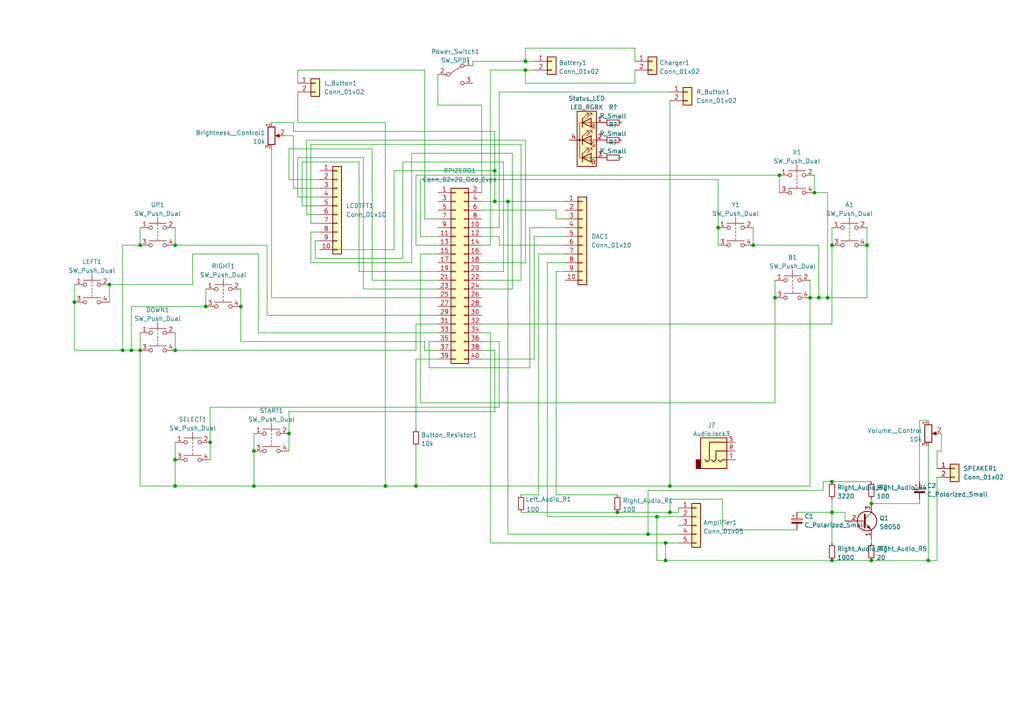
<source format=kicad_sch>
(kicad_sch (version 20211123) (generator eeschema)
  (paper "A4")
  (lib_symbols
    (symbol "Connector:AudioJack3"
      (property "Reference" "J" (at 0 8.89 0))
      (property "Value" "AudioJack3" (at 0 6.35 0))
      (symbol "AudioJack3_0_1"
        (rectangle (start -5.08 -5.08) (end -6.35 -2.54) (stroke (width 0.254)) (fill (type outline)))
        (polyline (pts (xy 0 -2.54) (xy 0.635 -3.175) (xy 1.27 -2.54) (xy 2.54 -2.54)) (stroke (width 0.254)))
        (polyline (pts (xy -1.905 -2.54) (xy -1.27 -3.175) (xy -0.635 -2.54) (xy -0.635 0) (xy 2.54 0)) (stroke (width 0.254)))
        (polyline (pts (xy 2.54 2.54) (xy -2.54 2.54) (xy -2.54 -2.54) (xy -3.175 -3.175) (xy -3.81 -2.54)) (stroke (width 0.254)))
        (rectangle (start 2.54 3.81) (end -5.08 -5.08) (stroke (width 0.254)) (fill (type background)))
      )
      (symbol "AudioJack3_1_1"
        (pin passive line (at 5.08 0 180) (length 2.54) (name "~") (number "R"))
        (pin passive line (at 5.08 2.54 180) (length 2.54) (name "~") (number "S"))
        (pin passive line (at 5.08 -2.54 180) (length 2.54) (name "~") (number "T"))
      )
    )
    (symbol "Connector_Generic:Conn_01x02" (pin_names (offset 1.016) hide)
      (property "Reference" "J" (at 0 2.54 0))
      (property "Value" "Conn_01x02" (at 0 -5.08 0))
      (symbol "Conn_01x02_1_1"
        (rectangle (start -1.27 -2.413) (end 0 -2.667) (stroke (width 0.1524)))
        (rectangle (start -1.27 0.127) (end 0 -0.127) (stroke (width 0.1524)))
        (rectangle (start -1.27 1.27) (end 1.27 -3.81) (stroke (width 0.254)) (fill (type background)))
        (pin passive line (at -5.08 0 0) (length 3.81) (name "Pin_1") (number "1"))
        (pin passive line (at -5.08 -2.54 0) (length 3.81) (name "Pin_2") (number "2"))
      )
    )
    (symbol "Connector_Generic:Conn_01x05" (pin_names (offset 1.016) hide)
      (property "Reference" "J" (at 0 7.62 0))
      (property "Value" "Conn_01x05" (at 0 -7.62 0))
      (symbol "Conn_01x05_1_1"
        (rectangle (start -1.27 -4.953) (end 0 -5.207) (stroke (width 0.1524)))
        (rectangle (start -1.27 -2.413) (end 0 -2.667) (stroke (width 0.1524)))
        (rectangle (start -1.27 0.127) (end 0 -0.127) (stroke (width 0.1524)))
        (rectangle (start -1.27 2.667) (end 0 2.413) (stroke (width 0.1524)))
        (rectangle (start -1.27 5.207) (end 0 4.953) (stroke (width 0.1524)))
        (rectangle (start -1.27 6.35) (end 1.27 -6.35) (stroke (width 0.254)) (fill (type background)))
        (pin passive line (at -5.08 5.08 0) (length 3.81) (name "Pin_1") (number "1"))
        (pin passive line (at -5.08 2.54 0) (length 3.81) (name "Pin_2") (number "2"))
        (pin passive line (at -5.08 0 0) (length 3.81) (name "Pin_3") (number "3"))
        (pin passive line (at -5.08 -2.54 0) (length 3.81) (name "Pin_4") (number "4"))
        (pin passive line (at -5.08 -5.08 0) (length 3.81) (name "Pin_5") (number "5"))
      )
    )
    (symbol "Connector_Generic:Conn_01x10" (pin_names (offset 1.016) hide)
      (property "Reference" "J" (at 0 12.7 0))
      (property "Value" "Conn_01x10" (at 0 -15.24 0))
      (symbol "Conn_01x10_1_1"
        (rectangle (start -1.27 -12.573) (end 0 -12.827) (stroke (width 0.1524)))
        (rectangle (start -1.27 -10.033) (end 0 -10.287) (stroke (width 0.1524)))
        (rectangle (start -1.27 -7.493) (end 0 -7.747) (stroke (width 0.1524)))
        (rectangle (start -1.27 -4.953) (end 0 -5.207) (stroke (width 0.1524)))
        (rectangle (start -1.27 -2.413) (end 0 -2.667) (stroke (width 0.1524)))
        (rectangle (start -1.27 0.127) (end 0 -0.127) (stroke (width 0.1524)))
        (rectangle (start -1.27 2.667) (end 0 2.413) (stroke (width 0.1524)))
        (rectangle (start -1.27 5.207) (end 0 4.953) (stroke (width 0.1524)))
        (rectangle (start -1.27 7.747) (end 0 7.493) (stroke (width 0.1524)))
        (rectangle (start -1.27 10.287) (end 0 10.033) (stroke (width 0.1524)))
        (rectangle (start -1.27 11.43) (end 1.27 -13.97) (stroke (width 0.254)) (fill (type background)))
        (pin passive line (at -5.08 10.16 0) (length 3.81) (name "Pin_1") (number "1"))
        (pin passive line (at -5.08 -12.7 0) (length 3.81) (name "Pin_10") (number "10"))
        (pin passive line (at -5.08 7.62 0) (length 3.81) (name "Pin_2") (number "2"))
        (pin passive line (at -5.08 5.08 0) (length 3.81) (name "Pin_3") (number "3"))
        (pin passive line (at -5.08 2.54 0) (length 3.81) (name "Pin_4") (number "4"))
        (pin passive line (at -5.08 0 0) (length 3.81) (name "Pin_5") (number "5"))
        (pin passive line (at -5.08 -2.54 0) (length 3.81) (name "Pin_6") (number "6"))
        (pin passive line (at -5.08 -5.08 0) (length 3.81) (name "Pin_7") (number "7"))
        (pin passive line (at -5.08 -7.62 0) (length 3.81) (name "Pin_8") (number "8"))
        (pin passive line (at -5.08 -10.16 0) (length 3.81) (name "Pin_9") (number "9"))
      )
    )
    (symbol "Connector_Generic:Conn_02x20_Odd_Even" (pin_names (offset 1.016) hide)
      (property "Reference" "J" (at 1.27 25.4 0))
      (property "Value" "Conn_02x20_Odd_Even" (at 1.27 -27.94 0))
      (symbol "Conn_02x20_Odd_Even_1_1"
        (rectangle (start -1.27 -25.273) (end 0 -25.527) (stroke (width 0.1524)))
        (rectangle (start -1.27 -22.733) (end 0 -22.987) (stroke (width 0.1524)))
        (rectangle (start -1.27 -20.193) (end 0 -20.447) (stroke (width 0.1524)))
        (rectangle (start -1.27 -17.653) (end 0 -17.907) (stroke (width 0.1524)))
        (rectangle (start -1.27 -15.113) (end 0 -15.367) (stroke (width 0.1524)))
        (rectangle (start -1.27 -12.573) (end 0 -12.827) (stroke (width 0.1524)))
        (rectangle (start -1.27 -10.033) (end 0 -10.287) (stroke (width 0.1524)))
        (rectangle (start -1.27 -7.493) (end 0 -7.747) (stroke (width 0.1524)))
        (rectangle (start -1.27 -4.953) (end 0 -5.207) (stroke (width 0.1524)))
        (rectangle (start -1.27 -2.413) (end 0 -2.667) (stroke (width 0.1524)))
        (rectangle (start -1.27 0.127) (end 0 -0.127) (stroke (width 0.1524)))
        (rectangle (start -1.27 2.667) (end 0 2.413) (stroke (width 0.1524)))
        (rectangle (start -1.27 5.207) (end 0 4.953) (stroke (width 0.1524)))
        (rectangle (start -1.27 7.747) (end 0 7.493) (stroke (width 0.1524)))
        (rectangle (start -1.27 10.287) (end 0 10.033) (stroke (width 0.1524)))
        (rectangle (start -1.27 12.827) (end 0 12.573) (stroke (width 0.1524)))
        (rectangle (start -1.27 15.367) (end 0 15.113) (stroke (width 0.1524)))
        (rectangle (start -1.27 17.907) (end 0 17.653) (stroke (width 0.1524)))
        (rectangle (start -1.27 20.447) (end 0 20.193) (stroke (width 0.1524)))
        (rectangle (start -1.27 22.987) (end 0 22.733) (stroke (width 0.1524)))
        (rectangle (start -1.27 24.13) (end 3.81 -26.67) (stroke (width 0.254)) (fill (type background)))
        (rectangle (start 3.81 -25.273) (end 2.54 -25.527) (stroke (width 0.1524)))
        (rectangle (start 3.81 -22.733) (end 2.54 -22.987) (stroke (width 0.1524)))
        (rectangle (start 3.81 -20.193) (end 2.54 -20.447) (stroke (width 0.1524)))
        (rectangle (start 3.81 -17.653) (end 2.54 -17.907) (stroke (width 0.1524)))
        (rectangle (start 3.81 -15.113) (end 2.54 -15.367) (stroke (width 0.1524)))
        (rectangle (start 3.81 -12.573) (end 2.54 -12.827) (stroke (width 0.1524)))
        (rectangle (start 3.81 -10.033) (end 2.54 -10.287) (stroke (width 0.1524)))
        (rectangle (start 3.81 -7.493) (end 2.54 -7.747) (stroke (width 0.1524)))
        (rectangle (start 3.81 -4.953) (end 2.54 -5.207) (stroke (width 0.1524)))
        (rectangle (start 3.81 -2.413) (end 2.54 -2.667) (stroke (width 0.1524)))
        (rectangle (start 3.81 0.127) (end 2.54 -0.127) (stroke (width 0.1524)))
        (rectangle (start 3.81 2.667) (end 2.54 2.413) (stroke (width 0.1524)))
        (rectangle (start 3.81 5.207) (end 2.54 4.953) (stroke (width 0.1524)))
        (rectangle (start 3.81 7.747) (end 2.54 7.493) (stroke (width 0.1524)))
        (rectangle (start 3.81 10.287) (end 2.54 10.033) (stroke (width 0.1524)))
        (rectangle (start 3.81 12.827) (end 2.54 12.573) (stroke (width 0.1524)))
        (rectangle (start 3.81 15.367) (end 2.54 15.113) (stroke (width 0.1524)))
        (rectangle (start 3.81 17.907) (end 2.54 17.653) (stroke (width 0.1524)))
        (rectangle (start 3.81 20.447) (end 2.54 20.193) (stroke (width 0.1524)))
        (rectangle (start 3.81 22.987) (end 2.54 22.733) (stroke (width 0.1524)))
        (pin passive line (at -5.08 22.86 0) (length 3.81) (name "Pin_1") (number "1"))
        (pin passive line (at 7.62 12.7 180) (length 3.81) (name "Pin_10") (number "10"))
        (pin passive line (at -5.08 10.16 0) (length 3.81) (name "Pin_11") (number "11"))
        (pin passive line (at 7.62 10.16 180) (length 3.81) (name "Pin_12") (number "12"))
        (pin passive line (at -5.08 7.62 0) (length 3.81) (name "Pin_13") (number "13"))
        (pin passive line (at 7.62 7.62 180) (length 3.81) (name "Pin_14") (number "14"))
        (pin passive line (at -5.08 5.08 0) (length 3.81) (name "Pin_15") (number "15"))
        (pin passive line (at 7.62 5.08 180) (length 3.81) (name "Pin_16") (number "16"))
        (pin passive line (at -5.08 2.54 0) (length 3.81) (name "Pin_17") (number "17"))
        (pin passive line (at 7.62 2.54 180) (length 3.81) (name "Pin_18") (number "18"))
        (pin passive line (at -5.08 0 0) (length 3.81) (name "Pin_19") (number "19"))
        (pin passive line (at 7.62 22.86 180) (length 3.81) (name "Pin_2") (number "2"))
        (pin passive line (at 7.62 0 180) (length 3.81) (name "Pin_20") (number "20"))
        (pin passive line (at -5.08 -2.54 0) (length 3.81) (name "Pin_21") (number "21"))
        (pin passive line (at 7.62 -2.54 180) (length 3.81) (name "Pin_22") (number "22"))
        (pin passive line (at -5.08 -5.08 0) (length 3.81) (name "Pin_23") (number "23"))
        (pin passive line (at 7.62 -5.08 180) (length 3.81) (name "Pin_24") (number "24"))
        (pin passive line (at -5.08 -7.62 0) (length 3.81) (name "Pin_25") (number "25"))
        (pin passive line (at 7.62 -7.62 180) (length 3.81) (name "Pin_26") (number "26"))
        (pin passive line (at -5.08 -10.16 0) (length 3.81) (name "Pin_27") (number "27"))
        (pin passive line (at 7.62 -10.16 180) (length 3.81) (name "Pin_28") (number "28"))
        (pin passive line (at -5.08 -12.7 0) (length 3.81) (name "Pin_29") (number "29"))
        (pin passive line (at -5.08 20.32 0) (length 3.81) (name "Pin_3") (number "3"))
        (pin passive line (at 7.62 -12.7 180) (length 3.81) (name "Pin_30") (number "30"))
        (pin passive line (at -5.08 -15.24 0) (length 3.81) (name "Pin_31") (number "31"))
        (pin passive line (at 7.62 -15.24 180) (length 3.81) (name "Pin_32") (number "32"))
        (pin passive line (at -5.08 -17.78 0) (length 3.81) (name "Pin_33") (number "33"))
        (pin passive line (at 7.62 -17.78 180) (length 3.81) (name "Pin_34") (number "34"))
        (pin passive line (at -5.08 -20.32 0) (length 3.81) (name "Pin_35") (number "35"))
        (pin passive line (at 7.62 -20.32 180) (length 3.81) (name "Pin_36") (number "36"))
        (pin passive line (at -5.08 -22.86 0) (length 3.81) (name "Pin_37") (number "37"))
        (pin passive line (at 7.62 -22.86 180) (length 3.81) (name "Pin_38") (number "38"))
        (pin passive line (at -5.08 -25.4 0) (length 3.81) (name "Pin_39") (number "39"))
        (pin passive line (at 7.62 20.32 180) (length 3.81) (name "Pin_4") (number "4"))
        (pin passive line (at 7.62 -25.4 180) (length 3.81) (name "Pin_40") (number "40"))
        (pin passive line (at -5.08 17.78 0) (length 3.81) (name "Pin_5") (number "5"))
        (pin passive line (at 7.62 17.78 180) (length 3.81) (name "Pin_6") (number "6"))
        (pin passive line (at -5.08 15.24 0) (length 3.81) (name "Pin_7") (number "7"))
        (pin passive line (at 7.62 15.24 180) (length 3.81) (name "Pin_8") (number "8"))
        (pin passive line (at -5.08 12.7 0) (length 3.81) (name "Pin_9") (number "9"))
      )
    )
    (symbol "Device:C_Polarized_Small" (pin_numbers hide) (pin_names (offset 0.254) hide)
      (property "Reference" "C" (at 0.254 1.778 0))
      (property "Value" "C_Polarized_Small" (at 0.254 -2.032 0))
      (symbol "C_Polarized_Small_0_1"
        (rectangle (start -1.524 -0.3048) (end 1.524 -0.6858) (fill (type outline)))
        (rectangle (start -1.524 0.6858) (end 1.524 0.3048))
        (polyline (pts (xy -1.27 1.524) (xy -0.762 1.524)))
        (polyline (pts (xy -1.016 1.27) (xy -1.016 1.778)))
      )
      (symbol "C_Polarized_Small_1_1"
        (pin passive line (at 0 2.54 270) (length 1.8542) (name "~") (number "1"))
        (pin passive line (at 0 -2.54 90) (length 1.8542) (name "~") (number "2"))
      )
    )
    (symbol "Device:LED_RGBK" (pin_names (offset 0) hide)
      (property "Reference" "D" (at 0 9.398 0))
      (property "Value" "LED_RGBK" (at 0 -8.89 0))
      (symbol "LED_RGBK_0_0"
        (text "B" (at 1.905 -6.35 0) (effects (font (size 1.27 1.27))))
        (text "G" (at 1.905 -1.27 0) (effects (font (size 1.27 1.27))))
        (text "R" (at 1.905 3.81 0) (effects (font (size 1.27 1.27))))
      )
      (symbol "LED_RGBK_0_1"
        (circle (center -2.032 0) (radius 0.254) (fill (type outline)))
        (polyline (pts (xy -1.27 -5.08) (xy 1.27 -5.08)))
        (polyline (pts (xy -1.27 -3.81) (xy -1.27 -6.35)) (stroke (width 0.254)))
        (polyline (pts (xy -1.27 0) (xy -2.54 0)))
        (polyline (pts (xy -1.27 1.27) (xy -1.27 -1.27)) (stroke (width 0.254)))
        (polyline (pts (xy -1.27 5.08) (xy 1.27 5.08)))
        (polyline (pts (xy -1.27 6.35) (xy -1.27 3.81)) (stroke (width 0.254)))
        (polyline (pts (xy 1.27 -5.08) (xy 2.54 -5.08)))
        (polyline (pts (xy 1.27 0) (xy -1.27 0)))
        (polyline (pts (xy 1.27 0) (xy 2.54 0)))
        (polyline (pts (xy 1.27 5.08) (xy 2.54 5.08)))
        (polyline (pts (xy -1.27 1.27) (xy -1.27 -1.27) (xy -1.27 -1.27)))
        (polyline (pts (xy -1.27 6.35) (xy -1.27 3.81) (xy -1.27 3.81)))
        (polyline (pts (xy -1.27 5.08) (xy -2.032 5.08) (xy -2.032 -5.08) (xy -1.016 -5.08)))
        (polyline (pts (xy 1.27 -3.81) (xy 1.27 -6.35) (xy -1.27 -5.08) (xy 1.27 -3.81)) (stroke (width 0.254)))
        (polyline (pts (xy 1.27 1.27) (xy 1.27 -1.27) (xy -1.27 0) (xy 1.27 1.27)) (stroke (width 0.254)))
        (polyline (pts (xy 1.27 6.35) (xy 1.27 3.81) (xy -1.27 5.08) (xy 1.27 6.35)) (stroke (width 0.254)))
        (polyline (pts (xy -1.016 -3.81) (xy 0.508 -2.286) (xy -0.254 -2.286) (xy 0.508 -2.286) (xy 0.508 -3.048)))
        (polyline (pts (xy -1.016 1.27) (xy 0.508 2.794) (xy -0.254 2.794) (xy 0.508 2.794) (xy 0.508 2.032)))
        (polyline (pts (xy -1.016 6.35) (xy 0.508 7.874) (xy -0.254 7.874) (xy 0.508 7.874) (xy 0.508 7.112)))
        (polyline (pts (xy 0 -3.81) (xy 1.524 -2.286) (xy 0.762 -2.286) (xy 1.524 -2.286) (xy 1.524 -3.048)))
        (polyline (pts (xy 0 1.27) (xy 1.524 2.794) (xy 0.762 2.794) (xy 1.524 2.794) (xy 1.524 2.032)))
        (polyline (pts (xy 0 6.35) (xy 1.524 7.874) (xy 0.762 7.874) (xy 1.524 7.874) (xy 1.524 7.112)))
        (rectangle (start 1.27 -1.27) (end 1.27 1.27))
        (rectangle (start 1.27 1.27) (end 1.27 1.27))
        (rectangle (start 1.27 3.81) (end 1.27 6.35))
        (rectangle (start 1.27 6.35) (end 1.27 6.35))
        (rectangle (start 2.794 8.382) (end -2.794 -7.62) (stroke (width 0.254)) (fill (type background)))
      )
      (symbol "LED_RGBK_1_1"
        (pin passive line (at 5.08 5.08 180) (length 2.54) (name "RA") (number "1"))
        (pin passive line (at 5.08 0 180) (length 2.54) (name "GA") (number "2"))
        (pin passive line (at 5.08 -5.08 180) (length 2.54) (name "BA") (number "3"))
        (pin passive line (at -5.08 0 0) (length 2.54) (name "K") (number "4"))
      )
    )
    (symbol "Device:R_Potentiometer" (pin_names (offset 1.016) hide)
      (property "Reference" "RV" (at -4.445 0 90))
      (property "Value" "R_Potentiometer" (at -2.54 0 90))
      (symbol "R_Potentiometer_0_1"
        (polyline (pts (xy 2.54 0) (xy 1.524 0)))
        (polyline (pts (xy 1.143 0) (xy 2.286 0.508) (xy 2.286 -0.508) (xy 1.143 0)) (fill (type outline)))
        (rectangle (start 1.016 2.54) (end -1.016 -2.54) (stroke (width 0.254)))
      )
      (symbol "R_Potentiometer_1_1"
        (pin passive line (at 0 3.81 270) (length 1.27) (name "1") (number "1"))
        (pin passive line (at 3.81 0 180) (length 1.27) (name "2") (number "2"))
        (pin passive line (at 0 -3.81 90) (length 1.27) (name "3") (number "3"))
      )
    )
    (symbol "Device:R_Small" (pin_numbers hide) (pin_names (offset 0.254) hide)
      (property "Reference" "R" (at 0.762 0.508 0))
      (property "Value" "R_Small" (at 0.762 -1.016 0))
      (symbol "R_Small_0_1"
        (rectangle (start -0.762 1.778) (end 0.762 -1.778) (stroke (width 0.2032)))
      )
      (symbol "R_Small_1_1"
        (pin passive line (at 0 2.54 270) (length 0.762) (name "~") (number "1"))
        (pin passive line (at 0 -2.54 90) (length 0.762) (name "~") (number "2"))
      )
    )
    (symbol "Switch:SW_Push_Dual" (pin_names (offset 1.016) hide)
      (property "Reference" "SW" (at 1.27 2.54 0))
      (property "Value" "SW_Push_Dual" (at 0 -6.858 0))
      (symbol "SW_Push_Dual_0_1"
        (circle (center -2.032 -5.08) (radius 0.508))
        (circle (center -2.032 0) (radius 0.508))
        (polyline (pts (xy 0 -3.048) (xy 0 -3.556)))
        (polyline (pts (xy 0 -2.032) (xy 0 -2.54)))
        (polyline (pts (xy 0 -1.524) (xy 0 -1.016)))
        (polyline (pts (xy 0 -0.508) (xy 0 0)))
        (polyline (pts (xy 0 0.508) (xy 0 1.016)))
        (polyline (pts (xy 0 1.27) (xy 0 3.048)))
        (polyline (pts (xy 2.54 -3.81) (xy -2.54 -3.81)))
        (polyline (pts (xy 2.54 1.27) (xy -2.54 1.27)))
        (circle (center 2.032 -5.08) (radius 0.508))
        (circle (center 2.032 0) (radius 0.508))
        (pin passive line (at -5.08 0 0) (length 2.54) (name "1") (number "1"))
        (pin passive line (at 5.08 0 180) (length 2.54) (name "2") (number "2"))
        (pin passive line (at -5.08 -5.08 0) (length 2.54) (name "3") (number "3"))
        (pin passive line (at 5.08 -5.08 180) (length 2.54) (name "4") (number "4"))
      )
    )
    (symbol "Switch:SW_SPDT" (pin_names (offset 0) hide)
      (property "Reference" "SW" (at 0 4.318 0))
      (property "Value" "SW_SPDT" (at 0 -5.08 0))
      (symbol "SW_SPDT_0_0"
        (circle (center -2.032 0) (radius 0.508))
        (circle (center 2.032 -2.54) (radius 0.508))
      )
      (symbol "SW_SPDT_0_1"
        (polyline (pts (xy -1.524 0.254) (xy 1.651 2.286)))
        (circle (center 2.032 2.54) (radius 0.508))
      )
      (symbol "SW_SPDT_1_1"
        (pin passive line (at 5.08 2.54 180) (length 2.54) (name "A") (number "1"))
        (pin passive line (at -5.08 0 0) (length 2.54) (name "B") (number "2"))
        (pin passive line (at 5.08 -2.54 180) (length 2.54) (name "C") (number "3"))
      )
    )
    (symbol "Transistor_BJT:S8050" (pin_names (offset 0) hide)
      (property "Reference" "Q" (at 5.08 1.905 0))
      (property "Value" "S8050" (at 5.08 0 0))
      (symbol "S8050_0_1"
        (polyline (pts (xy 0 0) (xy 0.635 0)))
        (polyline (pts (xy 0.635 0.635) (xy 2.54 2.54)))
        (polyline (pts (xy 0.635 -0.635) (xy 2.54 -2.54) (xy 2.54 -2.54)))
        (polyline (pts (xy 0.635 1.905) (xy 0.635 -1.905) (xy 0.635 -1.905)) (stroke (width 0.508)))
        (polyline (pts (xy 1.27 -1.778) (xy 1.778 -1.27) (xy 2.286 -2.286) (xy 1.27 -1.778) (xy 1.27 -1.778)) (fill (type outline)))
        (circle (center 1.27 0) (radius 2.8194) (stroke (width 0.254)))
      )
      (symbol "S8050_1_1"
        (pin passive line (at 2.54 -5.08 90) (length 2.54) (name "E") (number "1"))
        (pin input line (at -5.08 0 0) (length 5.08) (name "B") (number "2"))
        (pin passive line (at 2.54 5.08 270) (length 2.54) (name "C") (number "3"))
      )
    )
  )
  (junction (at 194.31 148.59))
  (junction (at 83.82 125.73))
  (junction (at 241.3 139.7))
  (junction (at 143.51 49.53))
  (junction (at 226.06 50.8))
  (junction (at 38.1 101.6))
  (junction (at 21.59 87.63))
  (junction (at 194.31 140.97))
  (junction (at 237.49 86.36))
  (junction (at 190.5 149.86))
  (junction (at 234.95 86.36))
  (junction (at 193.04 162.56))
  (junction (at 50.8 140.97))
  (junction (at 224.79 86.36))
  (junction (at 69.85 88.9))
  (junction (at 111.76 140.97))
  (junction (at 252.73 162.56))
  (junction (at 40.64 71.12))
  (junction (at 187.96 154.94))
  (junction (at 208.28 66.04))
  (junction (at 241.3 148.59))
  (junction (at 120.65 140.97))
  (junction (at 147.32 58.42))
  (junction (at 152.4 17.78))
  (junction (at 40.64 101.6))
  (junction (at 59.69 88.9))
  (junction (at 35.56 101.6))
  (junction (at 50.8 101.6))
  (junction (at 240.03 86.36))
  (junction (at 50.8 71.12))
  (junction (at 236.22 55.88))
  (junction (at 179.07 148.59))
  (junction (at 241.3 162.56))
  (junction (at 31.75 82.55))
  (junction (at 73.66 140.97))
  (junction (at 193.04 157.48))
  (junction (at 218.44 71.12))
  (junction (at 241.3 71.12))
  (junction (at 251.46 71.12))
  (junction (at 50.8 133.35))
  (junction (at 252.73 146.05))
  (junction (at 152.4 20.32))
  (junction (at 269.24 162.56))
  (junction (at 73.66 130.81))
  (junction (at 143.51 58.42))
  (junction (at 60.96 128.27))
  (wire (pts (xy 143.51 49.53) (xy 143.51 58.42)))
  (wire (pts (xy 187.96 142.24) (xy 238.76 142.24)))
  (wire (pts (xy 91.44 69.85) (xy 91.44 74.93)))
  (wire (pts (xy 120.65 104.14) (xy 127 104.14)))
  (wire (pts (xy 196.85 148.59) (xy 196.85 147.32)))
  (wire (pts (xy 142.24 20.32) (xy 142.24 71.12)))
  (wire (pts (xy 111.76 140.97) (xy 120.65 140.97)))
  (wire (pts (xy 209.55 153.67) (xy 209.55 144.78)))
  (wire (pts (xy 226.06 50.8) (xy 226.06 55.88)))
  (wire (pts (xy 231.14 148.59) (xy 241.3 148.59)))
  (wire (pts (xy 73.66 125.73) (xy 73.66 130.81)))
  (wire (pts (xy 87.63 59.69) (xy 87.63 46.99)))
  (wire (pts (xy 60.96 128.27) (xy 60.96 133.35)))
  (wire (pts (xy 121.92 116.84) (xy 121.92 73.66)))
  (wire (pts (xy 251.46 66.04) (xy 251.46 71.12)))
  (wire (pts (xy 92.71 62.23) (xy 88.9 62.23)))
  (wire (pts (xy 105.41 83.82) (xy 127 83.82)))
  (wire (pts (xy 269.24 162.56) (xy 271.78 162.56)))
  (wire (pts (xy 240.03 86.36) (xy 237.49 86.36)))
  (wire (pts (xy 21.59 87.63) (xy 21.59 101.6)))
  (wire (pts (xy 237.49 71.12) (xy 237.49 86.36)))
  (wire (pts (xy 184.15 13.97) (xy 152.4 13.97)))
  (wire (pts (xy 60.96 128.27) (xy 60.96 118.11)))
  (wire (pts (xy 251.46 71.12) (xy 251.46 86.36)))
  (wire (pts (xy 116.84 74.93) (xy 116.84 46.99)))
  (wire (pts (xy 151.13 148.59) (xy 179.07 148.59)))
  (wire (pts (xy 92.71 59.69) (xy 87.63 59.69)))
  (wire (pts (xy 241.3 148.59) (xy 241.3 157.48)))
  (wire (pts (xy 161.29 78.74) (xy 161.29 143.51)))
  (wire (pts (xy 194.31 148.59) (xy 196.85 148.59)))
  (wire (pts (xy 209.55 153.67) (xy 231.14 153.67)))
  (wire (pts (xy 50.8 96.52) (xy 50.8 101.6)))
  (wire (pts (xy 50.8 128.27) (xy 50.8 133.35)))
  (wire (pts (xy 40.64 71.12) (xy 35.56 71.12)))
  (wire (pts (xy 86.36 57.15) (xy 86.36 45.72)))
  (wire (pts (xy 241.3 162.56) (xy 252.73 162.56)))
  (wire (pts (xy 38.1 88.9) (xy 38.1 101.6)))
  (wire (pts (xy 87.63 46.99) (xy 104.14 46.99)))
  (wire (pts (xy 147.32 154.94) (xy 187.96 154.94)))
  (wire (pts (xy 119.38 44.45) (xy 148.59 44.45)))
  (wire (pts (xy 85.09 39.37) (xy 82.55 39.37)))
  (wire (pts (xy 137.16 17.78) (xy 152.4 17.78)))
  (wire (pts (xy 163.83 63.5) (xy 161.29 63.5)))
  (wire (pts (xy 127 21.59) (xy 127 30.48)))
  (wire (pts (xy 85.09 35.56) (xy 78.74 35.56)))
  (wire (pts (xy 151.13 41.91) (xy 151.13 81.28)))
  (wire (pts (xy 194.31 144.78) (xy 194.31 148.59)))
  (wire (pts (xy 241.3 71.12) (xy 241.3 93.98)))
  (wire (pts (xy 241.3 93.98) (xy 139.7 93.98)))
  (wire (pts (xy 83.82 119.38) (xy 143.51 119.38)))
  (wire (pts (xy 226.06 50.8) (xy 120.65 50.8)))
  (wire (pts (xy 236.22 50.8) (xy 236.22 55.88)))
  (wire (pts (xy 187.96 154.94) (xy 196.85 154.94)))
  (wire (pts (xy 92.71 67.31) (xy 90.17 67.31)))
  (wire (pts (xy 163.83 73.66) (xy 156.21 73.66)))
  (wire (pts (xy 139.7 78.74) (xy 146.05 78.74)))
  (wire (pts (xy 120.65 93.98) (xy 127 93.98)))
  (wire (pts (xy 143.51 58.42) (xy 139.7 58.42)))
  (wire (pts (xy 31.75 82.55) (xy 31.75 87.63)))
  (wire (pts (xy 78.74 43.18) (xy 78.74 86.36)))
  (wire (pts (xy 266.7 146.05) (xy 266.7 144.78)))
  (wire (pts (xy 31.75 82.55) (xy 55.88 82.55)))
  (wire (pts (xy 40.64 101.6) (xy 40.64 140.97)))
  (wire (pts (xy 40.64 140.97) (xy 50.8 140.97)))
  (wire (pts (xy 193.04 162.56) (xy 190.5 162.56)))
  (wire (pts (xy 111.76 35.56) (xy 111.76 140.97)))
  (wire (pts (xy 120.65 140.97) (xy 120.65 129.54)))
  (wire (pts (xy 35.56 101.6) (xy 38.1 101.6)))
  (wire (pts (xy 252.73 162.56) (xy 269.24 162.56)))
  (wire (pts (xy 88.9 62.23) (xy 88.9 40.64)))
  (wire (pts (xy 237.49 86.36) (xy 234.95 86.36)))
  (wire (pts (xy 241.3 144.78) (xy 241.3 148.59)))
  (wire (pts (xy 90.17 41.91) (xy 151.13 41.91)))
  (wire (pts (xy 152.4 13.97) (xy 152.4 17.78)))
  (wire (pts (xy 184.15 20.32) (xy 184.15 24.13)))
  (wire (pts (xy 78.74 86.36) (xy 127 86.36)))
  (wire (pts (xy 152.4 20.32) (xy 142.24 20.32)))
  (wire (pts (xy 35.56 71.12) (xy 35.56 101.6)))
  (wire (pts (xy 69.85 83.82) (xy 69.85 88.9)))
  (wire (pts (xy 251.46 86.36) (xy 240.03 86.36)))
  (wire (pts (xy 139.7 68.58) (xy 144.78 68.58)))
  (wire (pts (xy 218.44 71.12) (xy 237.49 71.12)))
  (wire (pts (xy 88.9 40.64) (xy 152.4 40.64)))
  (wire (pts (xy 240.03 55.88) (xy 240.03 86.36)))
  (wire (pts (xy 271.78 162.56) (xy 271.78 138.43)))
  (wire (pts (xy 156.21 73.66) (xy 156.21 143.51)))
  (wire (pts (xy 154.94 68.58) (xy 154.94 104.14)))
  (wire (pts (xy 158.75 76.2) (xy 158.75 149.86)))
  (wire (pts (xy 91.44 74.93) (xy 116.84 74.93)))
  (wire (pts (xy 154.94 20.32) (xy 152.4 20.32)))
  (wire (pts (xy 143.51 101.6) (xy 139.7 101.6)))
  (wire (pts (xy 123.19 20.32) (xy 123.19 63.5)))
  (wire (pts (xy 92.71 72.39) (xy 114.3 72.39)))
  (wire (pts (xy 153.67 66.04) (xy 153.67 106.68)))
  (wire (pts (xy 85.09 54.61) (xy 85.09 39.37)))
  (wire (pts (xy 266.7 121.92) (xy 269.24 121.92)))
  (wire (pts (xy 116.84 46.99) (xy 146.05 46.99)))
  (wire (pts (xy 193.04 162.56) (xy 193.04 157.48)))
  (wire (pts (xy 193.04 157.48) (xy 142.24 157.48)))
  (wire (pts (xy 85.09 38.1) (xy 85.09 35.56)))
  (wire (pts (xy 252.73 156.21) (xy 252.73 157.48)))
  (wire (pts (xy 271.78 130.81) (xy 273.05 130.81)))
  (wire (pts (xy 153.67 106.68) (xy 124.46 106.68)))
  (wire (pts (xy 107.95 43.18) (xy 107.95 81.28)))
  (wire (pts (xy 86.36 26.67) (xy 86.36 35.56)))
  (wire (pts (xy 119.38 76.2) (xy 119.38 44.45)))
  (wire (pts (xy 146.05 46.99) (xy 146.05 78.74)))
  (wire (pts (xy 124.46 106.68) (xy 124.46 99.06)))
  (wire (pts (xy 60.96 118.11) (xy 144.78 118.11)))
  (wire (pts (xy 83.82 52.07) (xy 83.82 43.18)))
  (wire (pts (xy 148.59 44.45) (xy 148.59 83.82)))
  (wire (pts (xy 86.36 24.13) (xy 86.36 20.32)))
  (wire (pts (xy 163.83 66.04) (xy 153.67 66.04)))
  (wire (pts (xy 152.4 17.78) (xy 154.94 17.78)))
  (wire (pts (xy 148.59 83.82) (xy 139.7 83.82)))
  (wire (pts (xy 142.24 96.52) (xy 142.24 157.48)))
  (wire (pts (xy 73.66 130.81) (xy 73.66 140.97)))
  (wire (pts (xy 144.78 99.06) (xy 139.7 99.06)))
  (wire (pts (xy 224.79 116.84) (xy 121.92 116.84)))
  (wire (pts (xy 190.5 149.86) (xy 190.5 162.56)))
  (wire (pts (xy 92.71 69.85) (xy 91.44 69.85)))
  (wire (pts (xy 114.3 72.39) (xy 114.3 49.53)))
  (wire (pts (xy 92.71 64.77) (xy 90.17 64.77)))
  (wire (pts (xy 163.83 68.58) (xy 154.94 68.58)))
  (wire (pts (xy 92.71 52.07) (xy 83.82 52.07)))
  (wire (pts (xy 139.7 76.2) (xy 152.4 76.2)))
  (wire (pts (xy 143.51 119.38) (xy 143.51 101.6)))
  (wire (pts (xy 245.11 148.59) (xy 245.11 151.13)))
  (wire (pts (xy 154.94 104.14) (xy 139.7 104.14)))
  (wire (pts (xy 179.07 148.59) (xy 194.31 148.59)))
  (wire (pts (xy 163.83 78.74) (xy 161.29 78.74)))
  (wire (pts (xy 241.3 66.04) (xy 241.3 71.12)))
  (wire (pts (xy 147.32 58.42) (xy 147.32 154.94)))
  (wire (pts (xy 161.29 63.5) (xy 161.29 60.96)))
  (wire (pts (xy 77.47 91.44) (xy 127 91.44)))
  (wire (pts (xy 209.55 144.78) (xy 194.31 144.78)))
  (wire (pts (xy 161.29 143.51) (xy 179.07 143.51)))
  (wire (pts (xy 107.95 81.28) (xy 127 81.28)))
  (wire (pts (xy 74.93 73.66) (xy 74.93 96.52)))
  (wire (pts (xy 184.15 17.78) (xy 184.15 13.97)))
  (wire (pts (xy 90.17 67.31) (xy 90.17 76.2)))
  (wire (pts (xy 236.22 55.88) (xy 240.03 55.88)))
  (wire (pts (xy 73.66 140.97) (xy 111.76 140.97)))
  (wire (pts (xy 139.7 81.28) (xy 151.13 81.28)))
  (wire (pts (xy 104.14 78.74) (xy 127 78.74)))
  (wire (pts (xy 142.24 71.12) (xy 139.7 71.12)))
  (wire (pts (xy 184.15 24.13) (xy 152.4 24.13)))
  (wire (pts (xy 59.69 88.9) (xy 38.1 88.9)))
  (wire (pts (xy 208.28 66.04) (xy 208.28 52.07)))
  (wire (pts (xy 83.82 43.18) (xy 107.95 43.18)))
  (wire (pts (xy 121.92 73.66) (xy 127 73.66)))
  (wire (pts (xy 38.1 101.6) (xy 40.64 101.6)))
  (wire (pts (xy 90.17 64.77) (xy 90.17 41.91)))
  (wire (pts (xy 74.93 96.52) (xy 127 96.52)))
  (wire (pts (xy 152.4 40.64) (xy 152.4 76.2)))
  (wire (pts (xy 121.92 68.58) (xy 127 68.58)))
  (wire (pts (xy 238.76 139.7) (xy 241.3 139.7)))
  (wire (pts (xy 21.59 82.55) (xy 21.59 87.63)))
  (wire (pts (xy 143.51 58.42) (xy 147.32 58.42)))
  (wire (pts (xy 252.73 144.78) (xy 252.73 146.05)))
  (wire (pts (xy 151.13 143.51) (xy 156.21 143.51)))
  (wire (pts (xy 144.78 71.12) (xy 144.78 68.58)))
  (wire (pts (xy 120.65 101.6) (xy 120.65 93.98)))
  (wire (pts (xy 120.65 71.12) (xy 127 71.12)))
  (wire (pts (xy 218.44 66.04) (xy 218.44 71.12)))
  (wire (pts (xy 55.88 82.55) (xy 55.88 73.66)))
  (wire (pts (xy 137.16 19.05) (xy 137.16 17.78)))
  (wire (pts (xy 139.7 60.96) (xy 161.29 60.96)))
  (wire (pts (xy 86.36 35.56) (xy 111.76 35.56)))
  (wire (pts (xy 50.8 101.6) (xy 120.65 101.6)))
  (wire (pts (xy 187.96 154.94) (xy 187.96 142.24)))
  (wire (pts (xy 40.64 66.04) (xy 40.64 71.12)))
  (wire (pts (xy 144.78 26.67) (xy 144.78 66.04)))
  (wire (pts (xy 269.24 129.54) (xy 269.24 162.56)))
  (wire (pts (xy 158.75 149.86) (xy 190.5 149.86)))
  (wire (pts (xy 50.8 133.35) (xy 50.8 140.97)))
  (wire (pts (xy 190.5 149.86) (xy 196.85 149.86)))
  (wire (pts (xy 139.7 96.52) (xy 142.24 96.52)))
  (wire (pts (xy 50.8 71.12) (xy 77.47 71.12)))
  (wire (pts (xy 77.47 71.12) (xy 77.47 91.44)))
  (wire (pts (xy 92.71 57.15) (xy 86.36 57.15)))
  (wire (pts (xy 21.59 101.6) (xy 35.56 101.6)))
  (wire (pts (xy 252.73 146.05) (xy 266.7 146.05)))
  (wire (pts (xy 193.04 162.56) (xy 241.3 162.56)))
  (wire (pts (xy 123.19 99.06) (xy 123.19 101.6)))
  (wire (pts (xy 143.51 49.53) (xy 143.51 38.1)))
  (wire (pts (xy 194.31 26.67) (xy 144.78 26.67)))
  (wire (pts (xy 50.8 66.04) (xy 50.8 71.12)))
  (wire (pts (xy 120.65 50.8) (xy 120.65 71.12)))
  (wire (pts (xy 92.71 54.61) (xy 85.09 54.61)))
  (wire (pts (xy 224.79 81.28) (xy 224.79 86.36)))
  (wire (pts (xy 234.95 81.28) (xy 234.95 86.36)))
  (wire (pts (xy 59.69 83.82) (xy 59.69 88.9)))
  (wire (pts (xy 144.78 118.11) (xy 144.78 99.06)))
  (wire (pts (xy 127 30.48) (xy 139.7 30.48)))
  (wire (pts (xy 40.64 96.52) (xy 40.64 101.6)))
  (wire (pts (xy 69.85 88.9) (xy 69.85 99.06)))
  (wire (pts (xy 208.28 66.04) (xy 208.28 71.12)))
  (wire (pts (xy 50.8 140.97) (xy 73.66 140.97)))
  (wire (pts (xy 241.3 139.7) (xy 252.73 139.7)))
  (wire (pts (xy 120.65 140.97) (xy 194.31 140.97)))
  (wire (pts (xy 273.05 130.81) (xy 273.05 125.73)))
  (wire (pts (xy 123.19 63.5) (xy 127 63.5)))
  (wire (pts (xy 271.78 135.89) (xy 271.78 130.81)))
  (wire (pts (xy 83.82 125.73) (xy 83.82 119.38)))
  (wire (pts (xy 163.83 71.12) (xy 144.78 71.12)))
  (wire (pts (xy 86.36 45.72) (xy 105.41 45.72)))
  (wire (pts (xy 144.78 66.04) (xy 139.7 66.04)))
  (wire (pts (xy 121.92 52.07) (xy 121.92 68.58)))
  (wire (pts (xy 266.7 121.92) (xy 266.7 139.7)))
  (wire (pts (xy 139.7 30.48) (xy 139.7 55.88)))
  (wire (pts (xy 114.3 49.53) (xy 143.51 49.53)))
  (wire (pts (xy 55.88 73.66) (xy 74.93 73.66)))
  (wire (pts (xy 105.41 45.72) (xy 105.41 83.82)))
  (wire (pts (xy 120.65 124.46) (xy 120.65 104.14)))
  (wire (pts (xy 234.95 86.36) (xy 234.95 140.97)))
  (wire (pts (xy 194.31 29.21) (xy 194.31 140.97)))
  (wire (pts (xy 238.76 142.24) (xy 238.76 139.7)))
  (wire (pts (xy 163.83 76.2) (xy 158.75 76.2)))
  (wire (pts (xy 152.4 24.13) (xy 152.4 20.32)))
  (wire (pts (xy 147.32 58.42) (xy 163.83 58.42)))
  (wire (pts (xy 208.28 52.07) (xy 121.92 52.07)))
  (wire (pts (xy 196.85 157.48) (xy 193.04 157.48)))
  (wire (pts (xy 86.36 20.32) (xy 123.19 20.32)))
  (wire (pts (xy 241.3 148.59) (xy 245.11 148.59)))
  (wire (pts (xy 124.46 99.06) (xy 127 99.06)))
  (wire (pts (xy 123.19 101.6) (xy 127 101.6)))
  (wire (pts (xy 234.95 140.97) (xy 194.31 140.97)))
  (wire (pts (xy 83.82 125.73) (xy 83.82 130.81)))
  (wire (pts (xy 90.17 76.2) (xy 119.38 76.2)))
  (wire (pts (xy 143.51 38.1) (xy 85.09 38.1)))
  (wire (pts (xy 69.85 99.06) (xy 123.19 99.06)))
  (wire (pts (xy 104.14 46.99) (xy 104.14 78.74)))
  (wire (pts (xy 224.79 86.36) (xy 224.79 116.84)))
  (symbol (lib_id "Switch:SW_Push_Dual") (at 229.87 81.28 0) (unit 1)
    (property "Reference" "B1" (at 229.87 74.6592 0))
    (property "Value" "SW_Push_Dual" (at 229.87 77.1961 0))
    (property "Footprint" "Button_Switch_THT:SW_PUSH_6mm" (effects hide))
  )
  (symbol (lib_id "Connector_Generic:Conn_02x20_Odd_Even") (at 132.08 78.74 0) (unit 1)
    (property "Reference" "RPIZERO1" (at 133.35 49.53 0))
    (property "Value" "Conn_02x20_Odd_Even" (at 133.35 52.07 0))
    (property "Footprint" "Connector_PinHeader_2.54mm:PinHeader_2x20_P2.54mm_Vertical" (effects hide))
  )
  (symbol (lib_id "Connector_Generic:Conn_01x02") (at 199.39 26.67 0) (unit 1)
    (property "Reference" "R_Button1" (at 201.93 26.6699 0) (effects (justify left)))
    (property "Value" "Conn_01x02" (at 201.93 29.2099 0) (effects (justify left)))
    (property "Footprint" "Connector_PinHeader_2.54mm:PinHeader_1x02_P2.54mm_Vertical" (effects hide))
  )
  (symbol (lib_id "Connector_Generic:Conn_01x02") (at 160.02 17.78 0) (unit 1)
    (property "Reference" "Battery1" (at 162.052 18.2153 0) (effects (justify left)))
    (property "Value" "Conn_01x02" (at 162.052 20.7522 0) (effects (justify left)))
    (property "Footprint" "Connector_PinHeader_2.54mm:PinHeader_1x02_P2.54mm_Vertical" (effects hide))
  )
  (symbol (lib_id "Device:R_Small") (at 241.3 160.02 0) (unit 1)
    (property "Reference" "Right_Audio_R3" (at 242.7986 159.1853 0) (effects (justify left)))
    (property "Value" "1000" (at 242.7986 161.7222 0) (effects (justify left)))
    (property "Footprint" "Resistor_THT:R_Box_L14.0mm_W5.0mm_P9.00mm" (effects hide))
  )
  (symbol (lib_id "Switch:SW_Push_Dual") (at 231.14 50.8 0) (unit 1)
    (property "Reference" "X1" (at 231.14 44.1792 0))
    (property "Value" "SW_Push_Dual" (at 231.14 46.7161 0))
    (property "Footprint" "Button_Switch_THT:SW_PUSH_6mm" (effects hide))
  )
  (symbol (lib_id "Device:R_Small") (at 120.65 127 0) (unit 1)
    (property "Reference" "Button_Resistor1" (at 122.1486 126.1653 0) (effects (justify left)))
    (property "Value" "10k" (at 122.1486 128.7022 0) (effects (justify left)))
    (property "Footprint" "Resistor_THT:R_Box_L14.0mm_W5.0mm_P9.00mm" (effects hide))
  )
  (symbol (lib_id "Transistor_BJT:S8050") (at 250.19 151.13 0) (unit 1)
    (property "Reference" "Q1" (at 255.0414 150.2953 0) (effects (justify left)))
    (property "Value" "S8050" (at 255.0414 152.8322 0) (effects (justify left)))
    (property "Footprint" "Package_TO_SOT_THT:TO-92_Inline" (effects hide))
    (property "Datasheet" "http://www.unisonic.com.tw/datasheet/S8050.pdf" (effects hide))
  )
  (symbol (lib_id "Device:R_Small") (at 241.3 142.24 0) (unit 1)
    (property "Reference" "Right_Audio_R2" (at 242.7986 141.4053 0) (effects (justify left)))
    (property "Value" "3220" (at 242.7986 143.9422 0) (effects (justify left)))
    (property "Footprint" "Resistor_THT:R_Box_L14.0mm_W5.0mm_P9.00mm" (effects hide))
  )
  (symbol (lib_id "Device:R_Small") (at 177.8 45.72 90) (unit 1)
    (property "Reference" "R?" (at 177.8 41.2836 90))
    (property "Value" "R_Small" (at 177.8 43.8205 90))
  )
  (symbol (lib_id "Connector_Generic:Conn_01x02") (at 276.86 135.89 0) (unit 1)
    (property "Reference" "SPEAKER1" (at 279.4 135.8899 0) (effects (justify left)))
    (property "Value" "Conn_01x02" (at 279.4 138.4299 0) (effects (justify left)))
    (property "Footprint" "Connector_PinHeader_2.54mm:PinHeader_1x02_P2.54mm_Vertical" (effects hide))
  )
  (symbol (lib_id "Device:R_Small") (at 177.8 40.64 90) (unit 1)
    (property "Reference" "R?" (at 177.8 36.2036 90))
    (property "Value" "R_Small" (at 177.8 38.7405 90))
  )
  (symbol (lib_id "Device:R_Small") (at 177.8 35.56 90) (unit 1)
    (property "Reference" "R?" (at 177.8 31.1236 90))
    (property "Value" "R_Small" (at 177.8 33.6605 90))
  )
  (symbol (lib_id "Switch:SW_Push_Dual") (at 64.77 83.82 0) (unit 1)
    (property "Reference" "RIGHT1" (at 64.77 77.1992 0))
    (property "Value" "SW_Push_Dual" (at 64.77 79.7361 0))
    (property "Footprint" "Button_Switch_THT:SW_PUSH_6mm" (effects hide))
  )
  (symbol (lib_id "Device:R_Potentiometer") (at 78.74 39.37 0) (unit 1)
    (property "Reference" "Brightness__Control1" (at 76.9621 38.5353 0) (effects (justify right)))
    (property "Value" "10k" (at 76.9621 41.0722 0) (effects (justify right)))
    (property "Footprint" "Potentiometer_THT:Potentiometer_Piher_PT-10-V10_Vertical" (effects hide))
  )
  (symbol (lib_id "Device:LED_RGBK") (at 170.18 40.64 0) (unit 1)
    (property "Reference" "Status_LED" (at 170.18 28.5582 0))
    (property "Value" "LED_RGBK" (at 170.18 31.0951 0))
  )
  (symbol (lib_id "Device:R_Small") (at 151.13 146.05 0) (unit 1)
    (property "Reference" "Left_Audio_R1" (at 152.4 144.78 0) (effects (justify left)))
    (property "Value" "100" (at 152.6286 147.7522 0) (effects (justify left)))
    (property "Footprint" "Resistor_THT:R_Box_L14.0mm_W5.0mm_P9.00mm" (effects hide))
  )
  (symbol (lib_id "Switch:SW_Push_Dual") (at 78.74 125.73 0) (unit 1)
    (property "Reference" "START1" (at 78.74 119.1092 0))
    (property "Value" "SW_Push_Dual" (at 78.74 121.6461 0))
    (property "Footprint" "Button_Switch_THT:SW_PUSH_6mm" (effects hide))
  )
  (symbol (lib_id "Connector_Generic:Conn_01x02") (at 91.44 24.13 0) (unit 1)
    (property "Reference" "L_Button1" (at 93.98 24.1299 0) (effects (justify left)))
    (property "Value" "Conn_01x02" (at 93.98 26.6699 0) (effects (justify left)))
    (property "Footprint" "Connector_PinHeader_2.54mm:PinHeader_1x02_P2.54mm_Vertical" (effects hide))
  )
  (symbol (lib_id "Device:R_Small") (at 252.73 160.02 0) (unit 1)
    (property "Reference" "Right_Audio_R5" (at 254.2286 159.1853 0) (effects (justify left)))
    (property "Value" "20" (at 254.2286 161.7222 0) (effects (justify left)))
    (property "Footprint" "Resistor_THT:R_Box_L14.0mm_W5.0mm_P9.00mm" (effects hide))
  )
  (symbol (lib_id "Connector_Generic:Conn_01x10") (at 168.91 68.58 0) (unit 1)
    (property "Reference" "DAC1" (at 171.45 68.5799 0) (effects (justify left)))
    (property "Value" "Conn_01x10" (at 171.45 71.1199 0) (effects (justify left)))
    (property "Footprint" "Connector_PinHeader_2.54mm:PinHeader_1x10_P2.54mm_Vertical" (effects hide))
  )
  (symbol (lib_id "Connector_Generic:Conn_01x10") (at 97.79 59.69 0) (unit 1)
    (property "Reference" "LCDTFT1" (at 100.33 59.6899 0) (effects (justify left)))
    (property "Value" "Conn_01x10" (at 100.33 62.2299 0) (effects (justify left)))
    (property "Footprint" "Connector_PinHeader_2.54mm:PinHeader_1x10_P2.54mm_Vertical" (effects hide))
  )
  (symbol (lib_id "Device:R_Small") (at 252.73 142.24 0) (unit 1)
    (property "Reference" "Right_Audio_R4" (at 254.2286 141.4053 0) (effects (justify left)))
    (property "Value" "100" (at 254.2286 143.9422 0) (effects (justify left)))
    (property "Footprint" "Resistor_THT:R_Box_L14.0mm_W5.0mm_P9.00mm" (effects hide))
  )
  (symbol (lib_id "Switch:SW_SPDT") (at 132.08 21.59 0) (unit 1)
    (property "Reference" "Power_Switch1" (at 132.08 14.9692 0))
    (property "Value" "SW_SPDT" (at 132.08 17.5061 0))
    (property "Footprint" "Connector_PinHeader_2.54mm:PinHeader_1x03_P2.54mm_Vertical" (effects hide))
  )
  (symbol (lib_id "Switch:SW_Push_Dual") (at 45.72 96.52 0) (unit 1)
    (property "Reference" "DOWN1" (at 45.72 89.8992 0))
    (property "Value" "SW_Push_Dual" (at 45.72 92.4361 0))
    (property "Footprint" "Button_Switch_THT:SW_PUSH_6mm" (effects hide))
  )
  (symbol (lib_id "Device:R_Potentiometer") (at 269.24 125.73 0) (unit 1)
    (property "Reference" "Volume__Control" (at 267.4621 124.8953 0) (effects (justify right)))
    (property "Value" "10k" (at 267.4621 127.4322 0) (effects (justify right)))
    (property "Footprint" "Potentiometer_THT:Potentiometer_Piher_PT-10-V10_Vertical" (effects hide))
  )
  (symbol (lib_id "Device:C_Polarized_Small") (at 231.14 151.13 0) (unit 1)
    (property "Reference" "C1" (at 233.299 149.7492 0) (effects (justify left)))
    (property "Value" "C_Polarized_Small" (at 233.299 152.2861 0) (effects (justify left)))
    (property "Footprint" "Capacitor_THT:C_Rect_L4.0mm_W2.5mm_P2.50mm" (effects hide))
  )
  (symbol (lib_id "Device:C_Polarized_Small") (at 266.7 142.24 0) (unit 1)
    (property "Reference" "C2" (at 268.859 140.8592 0) (effects (justify left)))
    (property "Value" "C_Polarized_Small" (at 268.859 143.3961 0) (effects (justify left)))
    (property "Footprint" "Capacitor_THT:C_Rect_L4.0mm_W2.5mm_P2.50mm" (effects hide))
  )
  (symbol (lib_id "Switch:SW_Push_Dual") (at 45.72 66.04 0) (unit 1)
    (property "Reference" "UP1" (at 45.72 59.4192 0))
    (property "Value" "SW_Push_Dual" (at 45.72 61.9561 0))
    (property "Footprint" "Button_Switch_THT:SW_PUSH_6mm" (effects hide))
  )
  (symbol (lib_id "Connector_Generic:Conn_01x05") (at 201.93 152.4 0) (unit 1)
    (property "Reference" "Amplifier1" (at 203.962 151.5653 0) (effects (justify left)))
    (property "Value" "Conn_01x05" (at 203.962 154.1022 0) (effects (justify left)))
    (property "Footprint" "Connector_PinHeader_2.54mm:PinHeader_1x05_P2.54mm_Vertical" (effects hide))
  )
  (symbol (lib_id "Switch:SW_Push_Dual") (at 55.88 128.27 0) (unit 1)
    (property "Reference" "SELECT1" (at 55.88 121.6492 0))
    (property "Value" "SW_Push_Dual" (at 55.88 124.1861 0))
    (property "Footprint" "Button_Switch_THT:SW_PUSH_6mm" (effects hide))
  )
  (symbol (lib_id "Switch:SW_Push_Dual") (at 246.38 66.04 0) (unit 1)
    (property "Reference" "A1" (at 246.38 59.4192 0))
    (property "Value" "SW_Push_Dual" (at 246.38 61.9561 0))
    (property "Footprint" "Button_Switch_THT:SW_PUSH_6mm" (effects hide))
  )
  (symbol (lib_id "Switch:SW_Push_Dual") (at 213.36 66.04 0) (unit 1)
    (property "Reference" "Y1" (at 213.36 59.4192 0))
    (property "Value" "SW_Push_Dual" (at 213.36 61.9561 0))
    (property "Footprint" "Button_Switch_THT:SW_PUSH_6mm" (effects hide))
  )
  (symbol (lib_id "Switch:SW_Push_Dual") (at 26.67 82.55 0) (unit 1)
    (property "Reference" "LEFT1" (at 26.67 75.9292 0))
    (property "Value" "SW_Push_Dual" (at 26.67 78.4661 0))
    (property "Footprint" "Button_Switch_THT:SW_PUSH_6mm" (effects hide))
  )
  (symbol (lib_id "Connector_Generic:Conn_01x02") (at 189.23 17.78 0) (unit 1)
    (property "Reference" "Charger1" (at 191.262 18.2153 0) (effects (justify left)))
    (property "Value" "Conn_01x02" (at 191.262 20.7522 0) (effects (justify left)))
    (property "Footprint" "Connector_PinHeader_2.54mm:PinHeader_1x02_P2.54mm_Vertical" (effects hide))
  )
  (symbol (lib_id "Connector:AudioJack3") (at 208.28 130.81 0) (unit 1)
    (property "Reference" "J?" (at 206.375 123.3002 0))
    (property "Value" "AudioJack3" (at 206.375 125.8371 0))
  )
  (symbol (lib_id "Device:R_Small") (at 179.07 146.05 0) (unit 1)
    (property "Reference" "Right_Audio_R1" (at 180.5686 145.2153 0) (effects (justify left)))
    (property "Value" "100" (at 180.5686 147.7522 0) (effects (justify left)))
    (property "Footprint" "Resistor_THT:R_Box_L14.0mm_W5.0mm_P9.00mm" (effects hide))
  )
)
</source>
